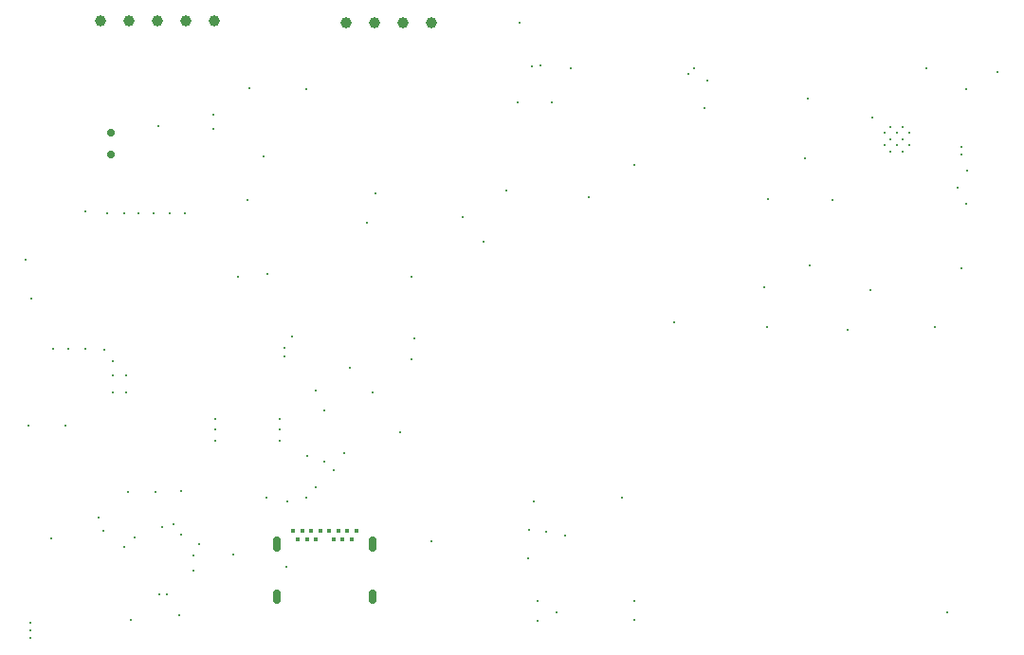
<source format=gbr>
%TF.GenerationSoftware,KiCad,Pcbnew,9.0.4*%
%TF.CreationDate,2025-12-21T22:50:07+05:30*%
%TF.ProjectId,ESP-32 C3 demo project004,4553502d-3332-4204-9333-2064656d6f20,rev?*%
%TF.SameCoordinates,Original*%
%TF.FileFunction,Plated,1,4,PTH,Mixed*%
%TF.FilePolarity,Positive*%
%FSLAX46Y46*%
G04 Gerber Fmt 4.6, Leading zero omitted, Abs format (unit mm)*
G04 Created by KiCad (PCBNEW 9.0.4) date 2025-12-21 22:50:07*
%MOMM*%
%LPD*%
G01*
G04 APERTURE LIST*
%TA.AperFunction,ViaDrill*%
%ADD10C,0.250000*%
%TD*%
%TA.AperFunction,ViaDrill*%
%ADD11C,0.300000*%
%TD*%
%TA.AperFunction,ComponentDrill*%
%ADD12C,0.300000*%
%TD*%
%TA.AperFunction,ComponentDrill*%
%ADD13C,0.450000*%
%TD*%
G04 aperture for slot hole*
%TA.AperFunction,ComponentDrill*%
%ADD14C,0.650000*%
%TD*%
%TA.AperFunction,ComponentDrill*%
%ADD15C,0.700000*%
%TD*%
%TA.AperFunction,ComponentDrill*%
%ADD16C,1.000000*%
%TD*%
G04 APERTURE END LIST*
D10*
X145440000Y-99670000D03*
X145450000Y-98310000D03*
X145450000Y-98970000D03*
X147470000Y-73840000D03*
X148770000Y-73860000D03*
X150290000Y-73840000D03*
X150368000Y-61595000D03*
X152019000Y-73914000D03*
X152760000Y-74960000D03*
X152810000Y-76200000D03*
X152810000Y-77700000D03*
X153797000Y-91567000D03*
X154000000Y-76180000D03*
X154000000Y-77700000D03*
X154178000Y-86637500D03*
X154700000Y-90710000D03*
X156591000Y-86637500D03*
X156845000Y-53975000D03*
X158750000Y-97663000D03*
X158877000Y-86567500D03*
X160528000Y-91313000D03*
X163576000Y-92202000D03*
X164973000Y-50546000D03*
X166243000Y-56642000D03*
X168402000Y-87503000D03*
X170929000Y-77597000D03*
X171701716Y-79359852D03*
X175514000Y-62611000D03*
X176022000Y-77724000D03*
X178435000Y-81280000D03*
X179705000Y-72898000D03*
X187960000Y-59690000D03*
X190246000Y-48641000D03*
X192024000Y-51816000D03*
X192405000Y-97340000D03*
X202946000Y-71501000D03*
X205613000Y-52324000D03*
X211201000Y-71882000D03*
X215011000Y-66420500D03*
X217043000Y-60569000D03*
X218440000Y-72136000D03*
X226187000Y-71882000D03*
X227330000Y-97409000D03*
D11*
X145034000Y-65913000D03*
X145288000Y-80720000D03*
X145542000Y-69342000D03*
X147320000Y-90805000D03*
X148590000Y-80720000D03*
X151494911Y-88916089D03*
X151927000Y-90124814D03*
X152273000Y-61722000D03*
X153797000Y-61722000D03*
X154432000Y-98044000D03*
X155067000Y-61722000D03*
X156464000Y-61722000D03*
X156972000Y-95758000D03*
X157226000Y-89789000D03*
X157622003Y-95758000D03*
X157861000Y-61722000D03*
X158242258Y-89531183D03*
X158877000Y-90424000D03*
X159258000Y-61722000D03*
X160020000Y-92263997D03*
X160020000Y-93664003D03*
X161798000Y-52909000D03*
X161798000Y-54229000D03*
X161897000Y-80146000D03*
X161907000Y-81076000D03*
X161927000Y-82036000D03*
X163957000Y-67437000D03*
X164846000Y-60579000D03*
X166497000Y-87122000D03*
X166624000Y-67183000D03*
X167671000Y-80137000D03*
X167671000Y-81026000D03*
X167671000Y-82042000D03*
X168148000Y-73787000D03*
X168148000Y-74518000D03*
X168275000Y-93345000D03*
X168783000Y-72771000D03*
X170053000Y-50673000D03*
X170053000Y-87122000D03*
X170180000Y-83439000D03*
X170900000Y-86231472D03*
X171704000Y-83947000D03*
X172509535Y-84714535D03*
X173482000Y-83185000D03*
X173990000Y-75565000D03*
X176276000Y-59944000D03*
X179451000Y-67437000D03*
X179451000Y-74803000D03*
X181229000Y-91059000D03*
X184023000Y-62103000D03*
X185928000Y-64262000D03*
X188976000Y-51816000D03*
X189103000Y-44704000D03*
X189900000Y-92583000D03*
X189950000Y-90043000D03*
X190373000Y-87503000D03*
X190754000Y-96393000D03*
X190754000Y-98171000D03*
X191008000Y-48514000D03*
X191516000Y-90170000D03*
X193167000Y-90551000D03*
X193675000Y-48768000D03*
X195326000Y-60325000D03*
X198247000Y-87122000D03*
X199390000Y-57404000D03*
X199390000Y-96393000D03*
X199390000Y-98044000D03*
X204203998Y-49318000D03*
X204724000Y-48768000D03*
X205867000Y-49918000D03*
X210947000Y-68326000D03*
X211328000Y-60452000D03*
X214630000Y-56854000D03*
X214817409Y-51501591D03*
X220472000Y-68580000D03*
X220599000Y-53161250D03*
X225425000Y-48768000D03*
X228201396Y-59418396D03*
X228536262Y-55813882D03*
X228600000Y-56515000D03*
X228600000Y-66675000D03*
X228981000Y-50673000D03*
X228981000Y-60890500D03*
X229108000Y-57912000D03*
X231809631Y-49114369D03*
D12*
%TO.C,U3*%
X221660000Y-54540500D03*
X221660000Y-55640500D03*
X222210000Y-53990500D03*
X222210000Y-55090500D03*
X222210000Y-56190500D03*
X222760000Y-54540500D03*
X222760000Y-55640500D03*
X223310000Y-53990500D03*
X223310000Y-55090500D03*
X223310000Y-56190500D03*
X223860000Y-54540500D03*
X223860000Y-55640500D03*
D13*
%TO.C,J1*%
X168904000Y-90132000D03*
X169304000Y-90842000D03*
X169704000Y-90132000D03*
X170104000Y-90842000D03*
X170504000Y-90132000D03*
X170904000Y-90842000D03*
X171304000Y-90132000D03*
X172104000Y-90132000D03*
X172504000Y-90842000D03*
X172904000Y-90132000D03*
X173304000Y-90842000D03*
X173704000Y-90132000D03*
X174104000Y-90842000D03*
X174504000Y-90132000D03*
D14*
X167434000Y-91582000D02*
X167434000Y-90982000D01*
X167434000Y-96312000D02*
X167434000Y-95712000D01*
X175974000Y-91582000D02*
X175974000Y-90982000D01*
X175974000Y-96312000D02*
X175974000Y-95712000D01*
D15*
%TO.C,MK1*%
X152638000Y-54549000D03*
X152638000Y-56449000D03*
D16*
%TO.C,J5*%
X151680000Y-44580000D03*
X154220000Y-44580000D03*
X156760000Y-44580000D03*
X159300000Y-44580000D03*
X161840000Y-44580000D03*
%TO.C,J4*%
X173590000Y-44720000D03*
X176130000Y-44720000D03*
X178670000Y-44720000D03*
X181210000Y-44720000D03*
M02*

</source>
